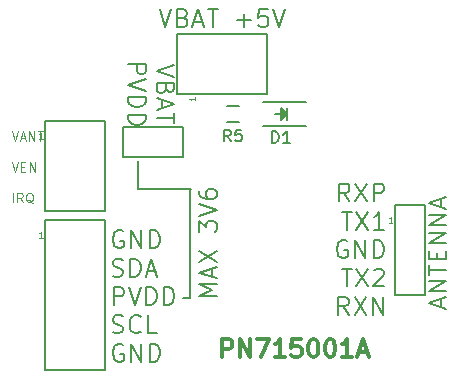
<source format=gbr>
G04 #@! TF.FileFunction,Legend,Top*
%FSLAX46Y46*%
G04 Gerber Fmt 4.6, Leading zero omitted, Abs format (unit mm)*
G04 Created by KiCad (PCBNEW 4.0.4-stable) date 06/14/17 14:20:26*
%MOMM*%
%LPD*%
G01*
G04 APERTURE LIST*
%ADD10C,0.100000*%
%ADD11C,0.150000*%
%ADD12C,0.200000*%
%ADD13C,0.300000*%
%ADD14C,0.050000*%
G04 APERTURE END LIST*
D10*
D11*
X135158871Y-122013099D02*
X133658871Y-122013099D01*
X134730300Y-121513099D01*
X133658871Y-121013099D01*
X135158871Y-121013099D01*
X134730300Y-120370242D02*
X134730300Y-119655956D01*
X135158871Y-120513099D02*
X133658871Y-120013099D01*
X135158871Y-119513099D01*
X133658871Y-119155956D02*
X135158871Y-118155956D01*
X133658871Y-118155956D02*
X135158871Y-119155956D01*
X133658871Y-116584528D02*
X133658871Y-115655957D01*
X134230300Y-116155957D01*
X134230300Y-115941671D01*
X134301729Y-115798814D01*
X134373157Y-115727385D01*
X134516014Y-115655957D01*
X134873157Y-115655957D01*
X135016014Y-115727385D01*
X135087443Y-115798814D01*
X135158871Y-115941671D01*
X135158871Y-116370243D01*
X135087443Y-116513100D01*
X135016014Y-116584528D01*
X133658871Y-115227386D02*
X135158871Y-114727386D01*
X133658871Y-114227386D01*
X133658871Y-113084529D02*
X133658871Y-113370243D01*
X133730300Y-113513100D01*
X133801729Y-113584529D01*
X134016014Y-113727386D01*
X134301729Y-113798815D01*
X134873157Y-113798815D01*
X135016014Y-113727386D01*
X135087443Y-113655958D01*
X135158871Y-113513100D01*
X135158871Y-113227386D01*
X135087443Y-113084529D01*
X135016014Y-113013100D01*
X134873157Y-112941672D01*
X134516014Y-112941672D01*
X134373157Y-113013100D01*
X134301729Y-113084529D01*
X134230300Y-113227386D01*
X134230300Y-113513100D01*
X134301729Y-113655958D01*
X134373157Y-113727386D01*
X134516014Y-113798815D01*
D12*
X132930900Y-122135900D02*
X132283200Y-122135900D01*
X132930900Y-112966360D02*
X132930900Y-122135900D01*
X128472913Y-112966500D02*
X132956300Y-112966500D01*
X128485900Y-110553500D02*
X128485900Y-112954337D01*
D11*
X131561429Y-102437715D02*
X130061429Y-102937715D01*
X131561429Y-103437715D01*
X130847143Y-104437715D02*
X130775714Y-104652001D01*
X130704286Y-104723429D01*
X130561429Y-104794858D01*
X130347143Y-104794858D01*
X130204286Y-104723429D01*
X130132857Y-104652001D01*
X130061429Y-104509143D01*
X130061429Y-103937715D01*
X131561429Y-103937715D01*
X131561429Y-104437715D01*
X131490000Y-104580572D01*
X131418571Y-104652001D01*
X131275714Y-104723429D01*
X131132857Y-104723429D01*
X130990000Y-104652001D01*
X130918571Y-104580572D01*
X130847143Y-104437715D01*
X130847143Y-103937715D01*
X130490000Y-105366286D02*
X130490000Y-106080572D01*
X130061429Y-105223429D02*
X131561429Y-105723429D01*
X130061429Y-106223429D01*
X131561429Y-106509143D02*
X131561429Y-107366286D01*
X130061429Y-106937715D02*
X131561429Y-106937715D01*
X127661429Y-102366286D02*
X129161429Y-102366286D01*
X129161429Y-102937714D01*
X129090000Y-103080572D01*
X129018571Y-103152000D01*
X128875714Y-103223429D01*
X128661429Y-103223429D01*
X128518571Y-103152000D01*
X128447143Y-103080572D01*
X128375714Y-102937714D01*
X128375714Y-102366286D01*
X129161429Y-103652000D02*
X127661429Y-104152000D01*
X129161429Y-104652000D01*
X127661429Y-105152000D02*
X129161429Y-105152000D01*
X129161429Y-105509143D01*
X129090000Y-105723428D01*
X128947143Y-105866286D01*
X128804286Y-105937714D01*
X128518571Y-106009143D01*
X128304286Y-106009143D01*
X128018571Y-105937714D01*
X127875714Y-105866286D01*
X127732857Y-105723428D01*
X127661429Y-105509143D01*
X127661429Y-105152000D01*
X127661429Y-106652000D02*
X129161429Y-106652000D01*
X129161429Y-107009143D01*
X129090000Y-107223428D01*
X128947143Y-107366286D01*
X128804286Y-107437714D01*
X128518571Y-107509143D01*
X128304286Y-107509143D01*
X128018571Y-107437714D01*
X127875714Y-107366286D01*
X127732857Y-107223428D01*
X127661429Y-107009143D01*
X127661429Y-106652000D01*
X146391715Y-113988571D02*
X145891715Y-113274286D01*
X145534572Y-113988571D02*
X145534572Y-112488571D01*
X146106000Y-112488571D01*
X146248858Y-112560000D01*
X146320286Y-112631429D01*
X146391715Y-112774286D01*
X146391715Y-112988571D01*
X146320286Y-113131429D01*
X146248858Y-113202857D01*
X146106000Y-113274286D01*
X145534572Y-113274286D01*
X146891715Y-112488571D02*
X147891715Y-113988571D01*
X147891715Y-112488571D02*
X146891715Y-113988571D01*
X148463143Y-113988571D02*
X148463143Y-112488571D01*
X149034571Y-112488571D01*
X149177429Y-112560000D01*
X149248857Y-112631429D01*
X149320286Y-112774286D01*
X149320286Y-112988571D01*
X149248857Y-113131429D01*
X149177429Y-113202857D01*
X149034571Y-113274286D01*
X148463143Y-113274286D01*
X145748858Y-114888571D02*
X146606001Y-114888571D01*
X146177430Y-116388571D02*
X146177430Y-114888571D01*
X146963144Y-114888571D02*
X147963144Y-116388571D01*
X147963144Y-114888571D02*
X146963144Y-116388571D01*
X149320286Y-116388571D02*
X148463143Y-116388571D01*
X148891715Y-116388571D02*
X148891715Y-114888571D01*
X148748858Y-115102857D01*
X148606000Y-115245714D01*
X148463143Y-115317143D01*
X146177428Y-117360000D02*
X146034571Y-117288571D01*
X145820285Y-117288571D01*
X145606000Y-117360000D01*
X145463142Y-117502857D01*
X145391714Y-117645714D01*
X145320285Y-117931429D01*
X145320285Y-118145714D01*
X145391714Y-118431429D01*
X145463142Y-118574286D01*
X145606000Y-118717143D01*
X145820285Y-118788571D01*
X145963142Y-118788571D01*
X146177428Y-118717143D01*
X146248857Y-118645714D01*
X146248857Y-118145714D01*
X145963142Y-118145714D01*
X146891714Y-118788571D02*
X146891714Y-117288571D01*
X147748857Y-118788571D01*
X147748857Y-117288571D01*
X148463143Y-118788571D02*
X148463143Y-117288571D01*
X148820286Y-117288571D01*
X149034571Y-117360000D01*
X149177429Y-117502857D01*
X149248857Y-117645714D01*
X149320286Y-117931429D01*
X149320286Y-118145714D01*
X149248857Y-118431429D01*
X149177429Y-118574286D01*
X149034571Y-118717143D01*
X148820286Y-118788571D01*
X148463143Y-118788571D01*
X145748858Y-119688571D02*
X146606001Y-119688571D01*
X146177430Y-121188571D02*
X146177430Y-119688571D01*
X146963144Y-119688571D02*
X147963144Y-121188571D01*
X147963144Y-119688571D02*
X146963144Y-121188571D01*
X148463143Y-119831429D02*
X148534572Y-119760000D01*
X148677429Y-119688571D01*
X149034572Y-119688571D01*
X149177429Y-119760000D01*
X149248858Y-119831429D01*
X149320286Y-119974286D01*
X149320286Y-120117143D01*
X149248858Y-120331429D01*
X148391715Y-121188571D01*
X149320286Y-121188571D01*
X146320286Y-123588571D02*
X145820286Y-122874286D01*
X145463143Y-123588571D02*
X145463143Y-122088571D01*
X146034571Y-122088571D01*
X146177429Y-122160000D01*
X146248857Y-122231429D01*
X146320286Y-122374286D01*
X146320286Y-122588571D01*
X146248857Y-122731429D01*
X146177429Y-122802857D01*
X146034571Y-122874286D01*
X145463143Y-122874286D01*
X146820286Y-122088571D02*
X147820286Y-123588571D01*
X147820286Y-122088571D02*
X146820286Y-123588571D01*
X148391714Y-123588571D02*
X148391714Y-122088571D01*
X149248857Y-123588571D01*
X149248857Y-122088571D01*
D13*
X135624859Y-127170571D02*
X135624859Y-125670571D01*
X136196287Y-125670571D01*
X136339145Y-125742000D01*
X136410573Y-125813429D01*
X136482002Y-125956286D01*
X136482002Y-126170571D01*
X136410573Y-126313429D01*
X136339145Y-126384857D01*
X136196287Y-126456286D01*
X135624859Y-126456286D01*
X137124859Y-127170571D02*
X137124859Y-125670571D01*
X137982002Y-127170571D01*
X137982002Y-125670571D01*
X138553431Y-125670571D02*
X139553431Y-125670571D01*
X138910574Y-127170571D01*
X140910573Y-127170571D02*
X140053430Y-127170571D01*
X140482002Y-127170571D02*
X140482002Y-125670571D01*
X140339145Y-125884857D01*
X140196287Y-126027714D01*
X140053430Y-126099143D01*
X142267716Y-125670571D02*
X141553430Y-125670571D01*
X141482001Y-126384857D01*
X141553430Y-126313429D01*
X141696287Y-126242000D01*
X142053430Y-126242000D01*
X142196287Y-126313429D01*
X142267716Y-126384857D01*
X142339144Y-126527714D01*
X142339144Y-126884857D01*
X142267716Y-127027714D01*
X142196287Y-127099143D01*
X142053430Y-127170571D01*
X141696287Y-127170571D01*
X141553430Y-127099143D01*
X141482001Y-127027714D01*
X143267715Y-125670571D02*
X143410572Y-125670571D01*
X143553429Y-125742000D01*
X143624858Y-125813429D01*
X143696287Y-125956286D01*
X143767715Y-126242000D01*
X143767715Y-126599143D01*
X143696287Y-126884857D01*
X143624858Y-127027714D01*
X143553429Y-127099143D01*
X143410572Y-127170571D01*
X143267715Y-127170571D01*
X143124858Y-127099143D01*
X143053429Y-127027714D01*
X142982001Y-126884857D01*
X142910572Y-126599143D01*
X142910572Y-126242000D01*
X142982001Y-125956286D01*
X143053429Y-125813429D01*
X143124858Y-125742000D01*
X143267715Y-125670571D01*
X144696286Y-125670571D02*
X144839143Y-125670571D01*
X144982000Y-125742000D01*
X145053429Y-125813429D01*
X145124858Y-125956286D01*
X145196286Y-126242000D01*
X145196286Y-126599143D01*
X145124858Y-126884857D01*
X145053429Y-127027714D01*
X144982000Y-127099143D01*
X144839143Y-127170571D01*
X144696286Y-127170571D01*
X144553429Y-127099143D01*
X144482000Y-127027714D01*
X144410572Y-126884857D01*
X144339143Y-126599143D01*
X144339143Y-126242000D01*
X144410572Y-125956286D01*
X144482000Y-125813429D01*
X144553429Y-125742000D01*
X144696286Y-125670571D01*
X146624857Y-127170571D02*
X145767714Y-127170571D01*
X146196286Y-127170571D02*
X146196286Y-125670571D01*
X146053429Y-125884857D01*
X145910571Y-126027714D01*
X145767714Y-126099143D01*
X147196285Y-126742000D02*
X147910571Y-126742000D01*
X147053428Y-127170571D02*
X147553428Y-125670571D01*
X148053428Y-127170571D01*
D11*
X127203057Y-116522400D02*
X127060200Y-116450971D01*
X126845914Y-116450971D01*
X126631629Y-116522400D01*
X126488771Y-116665257D01*
X126417343Y-116808114D01*
X126345914Y-117093829D01*
X126345914Y-117308114D01*
X126417343Y-117593829D01*
X126488771Y-117736686D01*
X126631629Y-117879543D01*
X126845914Y-117950971D01*
X126988771Y-117950971D01*
X127203057Y-117879543D01*
X127274486Y-117808114D01*
X127274486Y-117308114D01*
X126988771Y-117308114D01*
X127917343Y-117950971D02*
X127917343Y-116450971D01*
X128774486Y-117950971D01*
X128774486Y-116450971D01*
X129488772Y-117950971D02*
X129488772Y-116450971D01*
X129845915Y-116450971D01*
X130060200Y-116522400D01*
X130203058Y-116665257D01*
X130274486Y-116808114D01*
X130345915Y-117093829D01*
X130345915Y-117308114D01*
X130274486Y-117593829D01*
X130203058Y-117736686D01*
X130060200Y-117879543D01*
X129845915Y-117950971D01*
X129488772Y-117950971D01*
X126345914Y-120279543D02*
X126560200Y-120350971D01*
X126917343Y-120350971D01*
X127060200Y-120279543D01*
X127131629Y-120208114D01*
X127203057Y-120065257D01*
X127203057Y-119922400D01*
X127131629Y-119779543D01*
X127060200Y-119708114D01*
X126917343Y-119636686D01*
X126631629Y-119565257D01*
X126488771Y-119493829D01*
X126417343Y-119422400D01*
X126345914Y-119279543D01*
X126345914Y-119136686D01*
X126417343Y-118993829D01*
X126488771Y-118922400D01*
X126631629Y-118850971D01*
X126988771Y-118850971D01*
X127203057Y-118922400D01*
X127845914Y-120350971D02*
X127845914Y-118850971D01*
X128203057Y-118850971D01*
X128417342Y-118922400D01*
X128560200Y-119065257D01*
X128631628Y-119208114D01*
X128703057Y-119493829D01*
X128703057Y-119708114D01*
X128631628Y-119993829D01*
X128560200Y-120136686D01*
X128417342Y-120279543D01*
X128203057Y-120350971D01*
X127845914Y-120350971D01*
X129274485Y-119922400D02*
X129988771Y-119922400D01*
X129131628Y-120350971D02*
X129631628Y-118850971D01*
X130131628Y-120350971D01*
X126417343Y-122750971D02*
X126417343Y-121250971D01*
X126988771Y-121250971D01*
X127131629Y-121322400D01*
X127203057Y-121393829D01*
X127274486Y-121536686D01*
X127274486Y-121750971D01*
X127203057Y-121893829D01*
X127131629Y-121965257D01*
X126988771Y-122036686D01*
X126417343Y-122036686D01*
X127703057Y-121250971D02*
X128203057Y-122750971D01*
X128703057Y-121250971D01*
X129203057Y-122750971D02*
X129203057Y-121250971D01*
X129560200Y-121250971D01*
X129774485Y-121322400D01*
X129917343Y-121465257D01*
X129988771Y-121608114D01*
X130060200Y-121893829D01*
X130060200Y-122108114D01*
X129988771Y-122393829D01*
X129917343Y-122536686D01*
X129774485Y-122679543D01*
X129560200Y-122750971D01*
X129203057Y-122750971D01*
X130703057Y-122750971D02*
X130703057Y-121250971D01*
X131060200Y-121250971D01*
X131274485Y-121322400D01*
X131417343Y-121465257D01*
X131488771Y-121608114D01*
X131560200Y-121893829D01*
X131560200Y-122108114D01*
X131488771Y-122393829D01*
X131417343Y-122536686D01*
X131274485Y-122679543D01*
X131060200Y-122750971D01*
X130703057Y-122750971D01*
X126345914Y-125079543D02*
X126560200Y-125150971D01*
X126917343Y-125150971D01*
X127060200Y-125079543D01*
X127131629Y-125008114D01*
X127203057Y-124865257D01*
X127203057Y-124722400D01*
X127131629Y-124579543D01*
X127060200Y-124508114D01*
X126917343Y-124436686D01*
X126631629Y-124365257D01*
X126488771Y-124293829D01*
X126417343Y-124222400D01*
X126345914Y-124079543D01*
X126345914Y-123936686D01*
X126417343Y-123793829D01*
X126488771Y-123722400D01*
X126631629Y-123650971D01*
X126988771Y-123650971D01*
X127203057Y-123722400D01*
X128703057Y-125008114D02*
X128631628Y-125079543D01*
X128417342Y-125150971D01*
X128274485Y-125150971D01*
X128060200Y-125079543D01*
X127917342Y-124936686D01*
X127845914Y-124793829D01*
X127774485Y-124508114D01*
X127774485Y-124293829D01*
X127845914Y-124008114D01*
X127917342Y-123865257D01*
X128060200Y-123722400D01*
X128274485Y-123650971D01*
X128417342Y-123650971D01*
X128631628Y-123722400D01*
X128703057Y-123793829D01*
X130060200Y-125150971D02*
X129345914Y-125150971D01*
X129345914Y-123650971D01*
X127203057Y-126122400D02*
X127060200Y-126050971D01*
X126845914Y-126050971D01*
X126631629Y-126122400D01*
X126488771Y-126265257D01*
X126417343Y-126408114D01*
X126345914Y-126693829D01*
X126345914Y-126908114D01*
X126417343Y-127193829D01*
X126488771Y-127336686D01*
X126631629Y-127479543D01*
X126845914Y-127550971D01*
X126988771Y-127550971D01*
X127203057Y-127479543D01*
X127274486Y-127408114D01*
X127274486Y-126908114D01*
X126988771Y-126908114D01*
X127917343Y-127550971D02*
X127917343Y-126050971D01*
X128774486Y-127550971D01*
X128774486Y-126050971D01*
X129488772Y-127550971D02*
X129488772Y-126050971D01*
X129845915Y-126050971D01*
X130060200Y-126122400D01*
X130203058Y-126265257D01*
X130274486Y-126408114D01*
X130345915Y-126693829D01*
X130345915Y-126908114D01*
X130274486Y-127193829D01*
X130203058Y-127336686D01*
X130060200Y-127479543D01*
X129845915Y-127550971D01*
X129488772Y-127550971D01*
D10*
X117779790Y-108061505D02*
X118046457Y-108861505D01*
X118313124Y-108061505D01*
X118541695Y-108632933D02*
X118922647Y-108632933D01*
X118465504Y-108861505D02*
X118732171Y-108061505D01*
X118998838Y-108861505D01*
X119265504Y-108861505D02*
X119265504Y-108061505D01*
X119722647Y-108861505D01*
X119722647Y-108061505D01*
X119989313Y-108061505D02*
X120446456Y-108061505D01*
X120217885Y-108861505D02*
X120217885Y-108061505D01*
X117779790Y-110661505D02*
X118046457Y-111461505D01*
X118313124Y-110661505D01*
X118579790Y-111042457D02*
X118846457Y-111042457D01*
X118960743Y-111461505D02*
X118579790Y-111461505D01*
X118579790Y-110661505D01*
X118960743Y-110661505D01*
X119303600Y-111461505D02*
X119303600Y-110661505D01*
X119760743Y-111461505D01*
X119760743Y-110661505D01*
X117894076Y-114061505D02*
X117894076Y-113261505D01*
X118732171Y-114061505D02*
X118465504Y-113680552D01*
X118275028Y-114061505D02*
X118275028Y-113261505D01*
X118579790Y-113261505D01*
X118655981Y-113299600D01*
X118694076Y-113337695D01*
X118732171Y-113413886D01*
X118732171Y-113528171D01*
X118694076Y-113604362D01*
X118655981Y-113642457D01*
X118579790Y-113680552D01*
X118275028Y-113680552D01*
X119608362Y-114137695D02*
X119532171Y-114099600D01*
X119455981Y-114023410D01*
X119341695Y-113909124D01*
X119265504Y-113871029D01*
X119189314Y-113871029D01*
X119227409Y-114061505D02*
X119151219Y-114023410D01*
X119075028Y-113947219D01*
X119036933Y-113794838D01*
X119036933Y-113528171D01*
X119075028Y-113375790D01*
X119151219Y-113299600D01*
X119227409Y-113261505D01*
X119379790Y-113261505D01*
X119455981Y-113299600D01*
X119532171Y-113375790D01*
X119570266Y-113528171D01*
X119570266Y-113794838D01*
X119532171Y-113947219D01*
X119455981Y-114023410D01*
X119379790Y-114061505D01*
X119227409Y-114061505D01*
D11*
X131826000Y-104902000D02*
X131826000Y-99822000D01*
X131826000Y-99822000D02*
X139446000Y-99822000D01*
X139446000Y-99822000D02*
X139446000Y-104902000D01*
X139446000Y-104902000D02*
X131826000Y-104902000D01*
X142713721Y-105540945D02*
X139113721Y-105540945D01*
X142713721Y-107640945D02*
X139113721Y-107640945D01*
X140663721Y-106890945D02*
X140663721Y-106290945D01*
X140663721Y-106290945D02*
X140963721Y-106590945D01*
X140963721Y-106590945D02*
X140763721Y-106790945D01*
X140763721Y-106790945D02*
X140763721Y-106540945D01*
X140763721Y-106540945D02*
X140813721Y-106590945D01*
X141063721Y-107090945D02*
X141063721Y-106090945D01*
X140563721Y-106590945D02*
X140063721Y-106590945D01*
X141063721Y-106590945D02*
X140563721Y-107090945D01*
X140563721Y-107090945D02*
X140563721Y-106090945D01*
X140563721Y-106090945D02*
X141063721Y-106590945D01*
X136999721Y-107265945D02*
X135999721Y-107265945D01*
X135999721Y-105915945D02*
X136999721Y-105915945D01*
X150253700Y-114300000D02*
X152793700Y-114300000D01*
X152793700Y-114300000D02*
X152793700Y-121920000D01*
X152793700Y-121920000D02*
X150253700Y-121920000D01*
X150253700Y-121920000D02*
X150253700Y-114300000D01*
X132334000Y-107696000D02*
X132334000Y-110236000D01*
X132334000Y-110236000D02*
X127254000Y-110236000D01*
X127254000Y-110236000D02*
X127254000Y-107696000D01*
X127254000Y-107696000D02*
X132334000Y-107696000D01*
X120650000Y-115570000D02*
X125730000Y-115570000D01*
X125730000Y-115570000D02*
X125730000Y-128270000D01*
X125730000Y-128270000D02*
X120650000Y-128270000D01*
X120650000Y-128270000D02*
X120650000Y-115570000D01*
X120650000Y-107188000D02*
X125730000Y-107188000D01*
X125730000Y-107188000D02*
X125730000Y-114808000D01*
X125730000Y-114808000D02*
X120650000Y-114808000D01*
X120650000Y-114808000D02*
X120650000Y-107188000D01*
X130314572Y-97730571D02*
X130814572Y-99230571D01*
X131314572Y-97730571D01*
X132314572Y-98444857D02*
X132528858Y-98516286D01*
X132600286Y-98587714D01*
X132671715Y-98730571D01*
X132671715Y-98944857D01*
X132600286Y-99087714D01*
X132528858Y-99159143D01*
X132386000Y-99230571D01*
X131814572Y-99230571D01*
X131814572Y-97730571D01*
X132314572Y-97730571D01*
X132457429Y-97802000D01*
X132528858Y-97873429D01*
X132600286Y-98016286D01*
X132600286Y-98159143D01*
X132528858Y-98302000D01*
X132457429Y-98373429D01*
X132314572Y-98444857D01*
X131814572Y-98444857D01*
X133243143Y-98802000D02*
X133957429Y-98802000D01*
X133100286Y-99230571D02*
X133600286Y-97730571D01*
X134100286Y-99230571D01*
X134386000Y-97730571D02*
X135243143Y-97730571D01*
X134814572Y-99230571D02*
X134814572Y-97730571D01*
X136886000Y-98659143D02*
X138028857Y-98659143D01*
X137457428Y-99230571D02*
X137457428Y-98087714D01*
X139457429Y-97730571D02*
X138743143Y-97730571D01*
X138671714Y-98444857D01*
X138743143Y-98373429D01*
X138886000Y-98302000D01*
X139243143Y-98302000D01*
X139386000Y-98373429D01*
X139457429Y-98444857D01*
X139528857Y-98587714D01*
X139528857Y-98944857D01*
X139457429Y-99087714D01*
X139386000Y-99159143D01*
X139243143Y-99230571D01*
X138886000Y-99230571D01*
X138743143Y-99159143D01*
X138671714Y-99087714D01*
X139957428Y-97730571D02*
X140457428Y-99230571D01*
X140957428Y-97730571D01*
D14*
X133322190Y-105140143D02*
X133322190Y-105425857D01*
X133322190Y-105283000D02*
X132822190Y-105283000D01*
X132893619Y-105330619D01*
X132941238Y-105378238D01*
X132965048Y-105425857D01*
D11*
X139825626Y-109043326D02*
X139825626Y-108043326D01*
X140063721Y-108043326D01*
X140206579Y-108090945D01*
X140301817Y-108186183D01*
X140349436Y-108281421D01*
X140397055Y-108471897D01*
X140397055Y-108614755D01*
X140349436Y-108805231D01*
X140301817Y-108900469D01*
X140206579Y-108995707D01*
X140063721Y-109043326D01*
X139825626Y-109043326D01*
X141349436Y-109043326D02*
X140778007Y-109043326D01*
X141063721Y-109043326D02*
X141063721Y-108043326D01*
X140968483Y-108186183D01*
X140873245Y-108281421D01*
X140778007Y-108329040D01*
X136333055Y-108910381D02*
X135999721Y-108434190D01*
X135761626Y-108910381D02*
X135761626Y-107910381D01*
X136142579Y-107910381D01*
X136237817Y-107958000D01*
X136285436Y-108005619D01*
X136333055Y-108100857D01*
X136333055Y-108243714D01*
X136285436Y-108338952D01*
X136237817Y-108386571D01*
X136142579Y-108434190D01*
X135761626Y-108434190D01*
X137237817Y-107910381D02*
X136761626Y-107910381D01*
X136714007Y-108386571D01*
X136761626Y-108338952D01*
X136856864Y-108291333D01*
X137094960Y-108291333D01*
X137190198Y-108338952D01*
X137237817Y-108386571D01*
X137285436Y-108481810D01*
X137285436Y-108719905D01*
X137237817Y-108815143D01*
X137190198Y-108862762D01*
X137094960Y-108910381D01*
X136856864Y-108910381D01*
X136761626Y-108862762D01*
X136714007Y-108815143D01*
X154174000Y-122971143D02*
X154174000Y-122256857D01*
X154602571Y-123114000D02*
X153102571Y-122614000D01*
X154602571Y-122114000D01*
X154602571Y-121614000D02*
X153102571Y-121614000D01*
X154602571Y-120756857D01*
X153102571Y-120756857D01*
X153102571Y-120256857D02*
X153102571Y-119399714D01*
X154602571Y-119828285D02*
X153102571Y-119828285D01*
X153816857Y-118899714D02*
X153816857Y-118399714D01*
X154602571Y-118185428D02*
X154602571Y-118899714D01*
X153102571Y-118899714D01*
X153102571Y-118185428D01*
X154602571Y-117542571D02*
X153102571Y-117542571D01*
X154602571Y-116685428D01*
X153102571Y-116685428D01*
X154602571Y-115971142D02*
X153102571Y-115971142D01*
X154602571Y-115113999D01*
X153102571Y-115113999D01*
X154174000Y-114471142D02*
X154174000Y-113756856D01*
X154602571Y-114613999D02*
X153102571Y-114113999D01*
X154602571Y-113613999D01*
D14*
X150015557Y-115796190D02*
X149729843Y-115796190D01*
X149872700Y-115796190D02*
X149872700Y-115296190D01*
X149825081Y-115367619D01*
X149777462Y-115415238D01*
X149729843Y-115439048D01*
X120411857Y-117066190D02*
X120126143Y-117066190D01*
X120269000Y-117066190D02*
X120269000Y-116566190D01*
X120221381Y-116637619D01*
X120173762Y-116685238D01*
X120126143Y-116709048D01*
X120411857Y-108684190D02*
X120126143Y-108684190D01*
X120269000Y-108684190D02*
X120269000Y-108184190D01*
X120221381Y-108255619D01*
X120173762Y-108303238D01*
X120126143Y-108327048D01*
M02*

</source>
